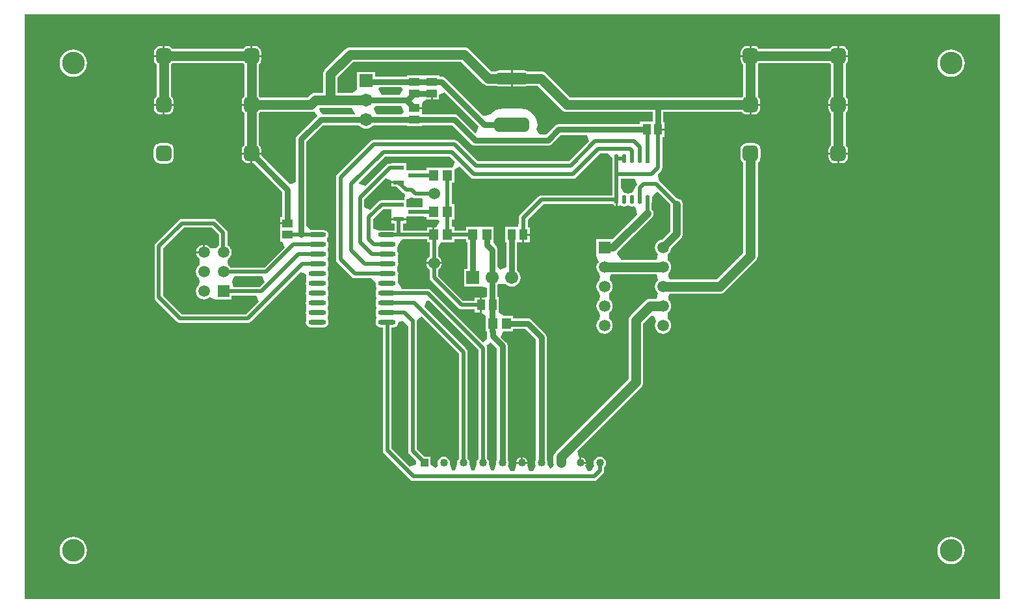
<source format=gtl>
G04*
G04 #@! TF.GenerationSoftware,Altium Limited,Altium Designer,18.1.9 (240)*
G04*
G04 Layer_Physical_Order=1*
G04 Layer_Color=255*
%FSLAX23Y23*%
%MOIN*%
G70*
G01*
G75*
%ADD10R,0.047X0.055*%
%ADD11R,0.043X0.055*%
%ADD12R,0.055X0.024*%
%ADD13R,0.055X0.043*%
%ADD14O,0.091X0.024*%
%ADD15R,0.023X0.046*%
%ADD16O,0.023X0.046*%
%ADD17C,0.020*%
%ADD18C,0.030*%
%ADD19C,0.050*%
%ADD20C,0.040*%
%ADD21R,0.059X0.059*%
%ADD22C,0.059*%
%ADD23R,0.040X0.040*%
%ADD24C,0.040*%
G04:AMPARAMS|DCode=25|XSize=79mil|YSize=79mil|CornerRadius=20mil|HoleSize=0mil|Usage=FLASHONLY|Rotation=90.000|XOffset=0mil|YOffset=0mil|HoleType=Round|Shape=RoundedRectangle|*
%AMROUNDEDRECTD25*
21,1,0.079,0.039,0,0,90.0*
21,1,0.039,0.079,0,0,90.0*
1,1,0.039,0.020,0.020*
1,1,0.039,0.020,-0.020*
1,1,0.039,-0.020,-0.020*
1,1,0.039,-0.020,0.020*
%
%ADD25ROUNDEDRECTD25*%
G04:AMPARAMS|DCode=26|XSize=71mil|YSize=177mil|CornerRadius=18mil|HoleSize=0mil|Usage=FLASHONLY|Rotation=270.000|XOffset=0mil|YOffset=0mil|HoleType=Round|Shape=RoundedRectangle|*
%AMROUNDEDRECTD26*
21,1,0.071,0.142,0,0,270.0*
21,1,0.035,0.177,0,0,270.0*
1,1,0.035,-0.071,-0.018*
1,1,0.035,-0.071,0.018*
1,1,0.035,0.071,0.018*
1,1,0.035,0.071,-0.018*
%
%ADD26ROUNDEDRECTD26*%
G04:AMPARAMS|DCode=27|XSize=63mil|YSize=157mil|CornerRadius=16mil|HoleSize=0mil|Usage=FLASHONLY|Rotation=270.000|XOffset=0mil|YOffset=0mil|HoleType=Round|Shape=RoundedRectangle|*
%AMROUNDEDRECTD27*
21,1,0.063,0.126,0,0,270.0*
21,1,0.031,0.157,0,0,270.0*
1,1,0.031,-0.063,-0.016*
1,1,0.031,-0.063,0.016*
1,1,0.031,0.063,0.016*
1,1,0.031,0.063,-0.016*
%
%ADD27ROUNDEDRECTD27*%
%ADD28R,0.067X0.067*%
%ADD29C,0.067*%
%ADD30R,0.067X0.067*%
%ADD31R,0.059X0.059*%
%ADD32C,0.116*%
%ADD33C,0.060*%
G36*
X5000Y0D02*
X0D01*
Y3000D01*
X5000D01*
Y0D01*
D02*
G37*
%LPC*%
G36*
X4167Y2838D02*
X4153D01*
X4145Y2837D01*
X4138Y2834D01*
X4132Y2829D01*
X4129Y2825D01*
X3766D01*
X3763Y2829D01*
X3757Y2834D01*
X3750Y2837D01*
X3742Y2838D01*
X3727D01*
Y2788D01*
X3722D01*
Y2783D01*
X3673D01*
Y2768D01*
X3674Y2761D01*
X3677Y2753D01*
X3682Y2747D01*
X3685Y2744D01*
Y2582D01*
X3682Y2579D01*
X3679Y2575D01*
X3252D01*
X3252Y2575D01*
X2797D01*
X2674Y2698D01*
X2666Y2704D01*
X2657Y2708D01*
X2647Y2709D01*
X2576D01*
X2575Y2710D01*
X2569Y2713D01*
X2562Y2714D01*
X2504D01*
Y2672D01*
Y2630D01*
X2562D01*
X2569Y2631D01*
X2575Y2634D01*
X2576Y2635D01*
X2632D01*
X2755Y2512D01*
X2762Y2506D01*
X2771Y2502D01*
X2781Y2501D01*
X3221D01*
Y2450D01*
X3156D01*
Y2437D01*
X2739D01*
X2732Y2436D01*
X2726Y2434D01*
X2720Y2429D01*
X2675Y2384D01*
X2644Y2384D01*
X2636Y2392D01*
X2626Y2412D01*
X2628Y2420D01*
X2630Y2436D01*
X2628Y2451D01*
X2623Y2467D01*
X2616Y2481D01*
X2606Y2493D01*
X2594Y2503D01*
X2579Y2511D01*
X2564Y2515D01*
X2548Y2517D01*
X2450D01*
X2434Y2515D01*
X2419Y2511D01*
X2405Y2503D01*
X2392Y2493D01*
X2388Y2487D01*
X2364Y2482D01*
X2350Y2483D01*
X2159Y2674D01*
X2153Y2678D01*
X2146Y2681D01*
X2139Y2682D01*
X2128D01*
Y2688D01*
X2049D01*
Y2688D01*
X2039Y2688D01*
Y2688D01*
X2019Y2688D01*
X1960D01*
Y2682D01*
X1797D01*
Y2706D01*
X1706D01*
Y2615D01*
X1683Y2598D01*
X1606D01*
X1606Y2679D01*
X1685Y2758D01*
X2239D01*
X2351Y2645D01*
X2359Y2640D01*
X2368Y2636D01*
X2377Y2635D01*
X2422D01*
X2423Y2634D01*
X2429Y2631D01*
X2436Y2630D01*
X2494D01*
Y2672D01*
Y2714D01*
X2436D01*
X2429Y2713D01*
X2423Y2710D01*
X2422Y2709D01*
X2393D01*
X2281Y2821D01*
X2273Y2827D01*
X2264Y2831D01*
X2254Y2832D01*
X1670D01*
X1660Y2831D01*
X1651Y2827D01*
X1644Y2821D01*
X1543Y2721D01*
X1537Y2713D01*
X1533Y2704D01*
X1532Y2694D01*
X1532Y2598D01*
X1490D01*
X1480Y2597D01*
X1471Y2593D01*
X1464Y2587D01*
X1452Y2575D01*
X1208D01*
X1205Y2579D01*
X1202Y2582D01*
Y2744D01*
X1205Y2747D01*
X1210Y2753D01*
X1213Y2761D01*
X1214Y2768D01*
Y2783D01*
X1164D01*
Y2788D01*
X1159D01*
Y2838D01*
X1145D01*
X1137Y2837D01*
X1130Y2834D01*
X1124Y2829D01*
X1121Y2825D01*
X758D01*
X755Y2829D01*
X749Y2834D01*
X742Y2837D01*
X734Y2838D01*
X719D01*
Y2788D01*
X714D01*
Y2783D01*
X665D01*
Y2768D01*
X666Y2761D01*
X669Y2753D01*
X674Y2747D01*
X677Y2744D01*
Y2582D01*
X674Y2579D01*
X669Y2573D01*
X666Y2565D01*
X665Y2558D01*
Y2543D01*
X714D01*
X764D01*
Y2558D01*
X763Y2565D01*
X760Y2573D01*
X755Y2579D01*
X752Y2582D01*
Y2744D01*
X755Y2747D01*
X758Y2751D01*
X1121D01*
X1124Y2747D01*
X1127Y2744D01*
Y2582D01*
X1124Y2579D01*
X1119Y2573D01*
X1116Y2565D01*
X1115Y2558D01*
Y2543D01*
X1164D01*
Y2533D01*
X1115D01*
Y2518D01*
X1116Y2511D01*
X1119Y2503D01*
X1124Y2497D01*
X1127Y2494D01*
Y2332D01*
X1124Y2329D01*
X1119Y2323D01*
X1116Y2315D01*
X1115Y2308D01*
Y2293D01*
X1164D01*
X1214D01*
Y2308D01*
X1213Y2315D01*
X1210Y2323D01*
X1205Y2329D01*
X1202Y2332D01*
Y2494D01*
X1205Y2497D01*
X1208Y2501D01*
X1467D01*
X1477Y2502D01*
X1486Y2506D01*
X1502Y2481D01*
X1501Y2480D01*
X1400Y2379D01*
X1396Y2374D01*
X1393Y2367D01*
X1392Y2360D01*
Y2141D01*
X1386Y2137D01*
X1362Y2129D01*
X1214Y2277D01*
Y2283D01*
X1169D01*
Y2238D01*
X1176D01*
X1322Y2092D01*
Y1961D01*
X1312D01*
Y1934D01*
X1349D01*
Y1924D01*
X1312D01*
Y1904D01*
X1310D01*
Y1836D01*
X1321D01*
X1334Y1806D01*
X1230Y1702D01*
X1055D01*
X1050Y1710D01*
X1045Y1713D01*
X1043Y1730D01*
X1045Y1747D01*
X1050Y1750D01*
X1056Y1759D01*
X1060Y1769D01*
X1062Y1780D01*
X1060Y1791D01*
X1056Y1801D01*
X1050Y1810D01*
X1042Y1816D01*
Y1880D01*
X1040Y1889D01*
X1035Y1896D01*
X986Y1945D01*
X979Y1950D01*
X970Y1951D01*
X808D01*
X800Y1950D01*
X792Y1945D01*
X673Y1826D01*
X668Y1819D01*
X667Y1810D01*
Y1550D01*
X668Y1541D01*
X673Y1534D01*
X783Y1424D01*
X791Y1419D01*
X799Y1418D01*
X1144D01*
X1153Y1419D01*
X1160Y1424D01*
X1414Y1678D01*
X1430Y1674D01*
X1444Y1666D01*
X1445Y1661D01*
X1446Y1645D01*
X1445Y1629D01*
X1443Y1620D01*
X1445Y1611D01*
X1446Y1595D01*
X1445Y1579D01*
X1443Y1570D01*
X1445Y1561D01*
X1446Y1545D01*
X1445Y1529D01*
X1443Y1520D01*
X1445Y1511D01*
X1446Y1495D01*
X1445Y1479D01*
X1443Y1470D01*
X1445Y1461D01*
X1446Y1445D01*
X1445Y1429D01*
X1443Y1420D01*
X1445Y1411D01*
X1450Y1403D01*
X1458Y1398D01*
X1467Y1396D01*
X1534D01*
X1544Y1398D01*
X1551Y1403D01*
X1557Y1411D01*
X1559Y1420D01*
X1557Y1429D01*
X1556Y1445D01*
X1557Y1461D01*
X1559Y1470D01*
X1557Y1479D01*
X1556Y1495D01*
X1557Y1511D01*
X1559Y1520D01*
X1557Y1529D01*
X1556Y1545D01*
X1557Y1561D01*
X1559Y1570D01*
X1557Y1579D01*
X1556Y1595D01*
X1557Y1611D01*
X1559Y1620D01*
X1557Y1629D01*
X1556Y1645D01*
X1557Y1661D01*
X1559Y1670D01*
X1557Y1679D01*
X1556Y1695D01*
X1557Y1711D01*
X1559Y1720D01*
X1557Y1729D01*
X1556Y1745D01*
X1557Y1761D01*
X1559Y1770D01*
X1557Y1779D01*
X1556Y1795D01*
X1557Y1811D01*
X1559Y1820D01*
X1557Y1829D01*
X1551Y1837D01*
X1551Y1853D01*
X1557Y1861D01*
X1559Y1870D01*
X1559Y1870D01*
X1557Y1879D01*
X1551Y1887D01*
X1544Y1892D01*
X1544Y1892D01*
X1541Y1893D01*
X1534Y1894D01*
X1467D01*
X1446Y1918D01*
Y2349D01*
X1531Y2433D01*
X1715D01*
X1719Y2428D01*
X1729Y2421D01*
X1740Y2416D01*
X1752Y2415D01*
X1763Y2416D01*
X1774Y2421D01*
X1784Y2428D01*
X1788Y2433D01*
X1960D01*
Y2427D01*
X2039D01*
Y2433D01*
X2193D01*
X2291Y2336D01*
X2296Y2331D01*
X2303Y2329D01*
X2310Y2328D01*
X2684D01*
X2691Y2329D01*
X2698Y2331D01*
X2703Y2336D01*
X2750Y2383D01*
X2884D01*
X2896Y2353D01*
X2791Y2247D01*
X2323D01*
X2220Y2351D01*
X2213Y2356D01*
X2204Y2357D01*
X1790D01*
X1781Y2356D01*
X1774Y2351D01*
X1604Y2181D01*
X1599Y2174D01*
X1598Y2165D01*
Y1745D01*
X1599Y1736D01*
X1604Y1729D01*
X1679Y1654D01*
X1686Y1649D01*
X1695Y1648D01*
X1779D01*
X1785Y1643D01*
X1801Y1620D01*
X1802Y1618D01*
X1803Y1611D01*
X1804Y1595D01*
X1803Y1579D01*
X1801Y1570D01*
X1803Y1561D01*
X1804Y1545D01*
X1803Y1529D01*
X1801Y1520D01*
X1803Y1511D01*
X1804Y1495D01*
X1803Y1479D01*
X1801Y1470D01*
X1803Y1461D01*
X1804Y1445D01*
X1803Y1429D01*
X1801Y1420D01*
X1803Y1411D01*
X1809Y1403D01*
X1816Y1398D01*
X1826Y1396D01*
X1838D01*
Y765D01*
X1839Y756D01*
X1844Y749D01*
X1979Y614D01*
X1986Y609D01*
X1995Y608D01*
X2920D01*
X2929Y609D01*
X2936Y614D01*
X2966Y644D01*
X2971Y651D01*
X2972Y660D01*
Y677D01*
X2973Y677D01*
X2978Y684D01*
X2981Y692D01*
X2982Y700D01*
X2981Y708D01*
X2978Y716D01*
X2973Y723D01*
X2966Y728D01*
X2958Y731D01*
X2950Y732D01*
X2942Y731D01*
X2934Y728D01*
X2927Y723D01*
X2922Y716D01*
X2919Y708D01*
X2918Y700D01*
X2919Y692D01*
X2922Y684D01*
X2922Y684D01*
X2906Y657D01*
X2887Y657D01*
X2876Y685D01*
X2879Y692D01*
X2880Y695D01*
X2850D01*
Y700D01*
X2845D01*
Y730D01*
X2845Y730D01*
X2842Y732D01*
X2836Y763D01*
X3161Y1089D01*
X3167Y1096D01*
X3171Y1105D01*
X3172Y1115D01*
Y1415D01*
X3213Y1456D01*
X3225Y1456D01*
X3228Y1453D01*
X3236Y1438D01*
X3238Y1426D01*
X3234Y1416D01*
X3232Y1405D01*
X3234Y1394D01*
X3238Y1384D01*
X3245Y1375D01*
X3253Y1369D01*
X3263Y1365D01*
X3274Y1363D01*
X3285Y1365D01*
X3295Y1369D01*
X3304Y1375D01*
X3310Y1384D01*
X3315Y1394D01*
X3316Y1405D01*
X3315Y1416D01*
X3310Y1426D01*
X3304Y1435D01*
X3299Y1438D01*
X3297Y1455D01*
X3299Y1472D01*
X3304Y1475D01*
X3310Y1484D01*
X3315Y1494D01*
X3316Y1505D01*
X3315Y1516D01*
X3310Y1526D01*
X3304Y1535D01*
X3300Y1538D01*
X3302Y1556D01*
X3308Y1568D01*
X3564D01*
X3574Y1569D01*
X3583Y1573D01*
X3591Y1579D01*
X3749Y1737D01*
X3755Y1745D01*
X3758Y1754D01*
X3760Y1763D01*
Y2242D01*
X3765Y2246D01*
X3770Y2252D01*
X3773Y2260D01*
X3774Y2268D01*
Y2308D01*
X3773Y2316D01*
X3770Y2324D01*
X3765Y2330D01*
X3758Y2335D01*
X3750Y2339D01*
X3742Y2340D01*
X3703D01*
X3694Y2339D01*
X3687Y2335D01*
X3680Y2330D01*
X3675Y2324D01*
X3672Y2316D01*
X3671Y2308D01*
Y2268D01*
X3672Y2260D01*
X3675Y2252D01*
X3680Y2246D01*
X3685Y2242D01*
Y1779D01*
X3549Y1642D01*
X3308D01*
X3302Y1654D01*
X3300Y1672D01*
X3304Y1675D01*
X3310Y1684D01*
X3315Y1694D01*
X3316Y1705D01*
X3315Y1716D01*
X3310Y1726D01*
X3304Y1735D01*
X3299Y1738D01*
X3297Y1755D01*
X3299Y1772D01*
X3304Y1775D01*
X3310Y1784D01*
X3315Y1794D01*
X3315Y1801D01*
X3367Y1852D01*
X3372Y1859D01*
X3375Y1867D01*
X3376Y1875D01*
Y2025D01*
X3375Y2033D01*
X3372Y2041D01*
X3367Y2048D01*
X3360Y2053D01*
X3352Y2056D01*
X3344Y2057D01*
X3344Y2057D01*
X3255Y2146D01*
X3254Y2146D01*
X3247Y2172D01*
X3247Y2181D01*
X3265Y2199D01*
X3269Y2206D01*
X3271Y2215D01*
Y2372D01*
X3280D01*
Y2405D01*
X3249D01*
Y2415D01*
X3280D01*
Y2448D01*
X3276D01*
Y2501D01*
X3679D01*
X3682Y2497D01*
X3688Y2492D01*
X3695Y2489D01*
X3703Y2488D01*
X3717D01*
Y2538D01*
X3722D01*
Y2543D01*
X3772D01*
Y2558D01*
X3771Y2565D01*
X3768Y2573D01*
X3763Y2579D01*
X3760Y2582D01*
Y2744D01*
X3763Y2747D01*
X3766Y2751D01*
X4129D01*
X4132Y2747D01*
X4135Y2744D01*
Y2582D01*
X4132Y2579D01*
X4127Y2573D01*
X4124Y2565D01*
X4123Y2558D01*
Y2543D01*
X4172D01*
X4222D01*
Y2558D01*
X4221Y2565D01*
X4218Y2573D01*
X4213Y2579D01*
X4210Y2582D01*
Y2744D01*
X4213Y2747D01*
X4218Y2753D01*
X4221Y2761D01*
X4222Y2768D01*
Y2783D01*
X4172D01*
Y2788D01*
X4167D01*
Y2838D01*
D02*
G37*
G36*
X1184D02*
X1169D01*
Y2793D01*
X1214D01*
Y2808D01*
X1213Y2815D01*
X1210Y2823D01*
X1205Y2829D01*
X1199Y2834D01*
X1192Y2837D01*
X1184Y2838D01*
D02*
G37*
G36*
X709D02*
X695D01*
X687Y2837D01*
X680Y2834D01*
X674Y2829D01*
X669Y2823D01*
X666Y2815D01*
X665Y2808D01*
Y2793D01*
X709D01*
Y2838D01*
D02*
G37*
G36*
X4192D02*
X4177D01*
Y2793D01*
X4222D01*
Y2808D01*
X4221Y2815D01*
X4218Y2823D01*
X4213Y2829D01*
X4207Y2834D01*
X4200Y2837D01*
X4192Y2838D01*
D02*
G37*
G36*
X3717D02*
X3703D01*
X3695Y2837D01*
X3688Y2834D01*
X3682Y2829D01*
X3677Y2823D01*
X3674Y2815D01*
X3673Y2808D01*
Y2793D01*
X3717D01*
Y2838D01*
D02*
G37*
G36*
X4750Y2820D02*
X4736Y2819D01*
X4723Y2815D01*
X4711Y2808D01*
X4700Y2800D01*
X4692Y2789D01*
X4685Y2777D01*
X4681Y2764D01*
X4680Y2750D01*
X4681Y2736D01*
X4685Y2723D01*
X4692Y2711D01*
X4700Y2700D01*
X4711Y2692D01*
X4723Y2685D01*
X4736Y2681D01*
X4750Y2680D01*
X4764Y2681D01*
X4777Y2685D01*
X4789Y2692D01*
X4800Y2700D01*
X4808Y2711D01*
X4815Y2723D01*
X4819Y2736D01*
X4820Y2750D01*
X4819Y2764D01*
X4815Y2777D01*
X4808Y2789D01*
X4800Y2800D01*
X4789Y2808D01*
X4777Y2815D01*
X4764Y2819D01*
X4750Y2820D01*
D02*
G37*
G36*
X250D02*
X236Y2819D01*
X223Y2815D01*
X211Y2808D01*
X200Y2800D01*
X192Y2789D01*
X185Y2777D01*
X181Y2764D01*
X180Y2750D01*
X181Y2736D01*
X185Y2723D01*
X192Y2711D01*
X200Y2700D01*
X211Y2692D01*
X223Y2685D01*
X236Y2681D01*
X250Y2680D01*
X264Y2681D01*
X277Y2685D01*
X289Y2692D01*
X300Y2700D01*
X308Y2711D01*
X315Y2723D01*
X319Y2736D01*
X320Y2750D01*
X319Y2764D01*
X315Y2777D01*
X308Y2789D01*
X300Y2800D01*
X289Y2808D01*
X277Y2815D01*
X264Y2819D01*
X250Y2820D01*
D02*
G37*
G36*
X3772Y2533D02*
X3727D01*
Y2488D01*
X3742D01*
X3750Y2489D01*
X3757Y2492D01*
X3763Y2497D01*
X3768Y2503D01*
X3771Y2511D01*
X3772Y2518D01*
Y2533D01*
D02*
G37*
G36*
X764Y2533D02*
X719D01*
Y2488D01*
X734D01*
X742Y2489D01*
X749Y2492D01*
X755Y2497D01*
X760Y2503D01*
X763Y2511D01*
X764Y2518D01*
Y2533D01*
D02*
G37*
G36*
X709D02*
X665D01*
Y2518D01*
X666Y2511D01*
X669Y2503D01*
X674Y2497D01*
X680Y2492D01*
X687Y2489D01*
X695Y2488D01*
X709D01*
Y2533D01*
D02*
G37*
G36*
X4222Y2533D02*
X4172D01*
X4123D01*
Y2518D01*
X4124Y2511D01*
X4127Y2503D01*
X4132Y2497D01*
X4135Y2494D01*
Y2332D01*
X4132Y2329D01*
X4127Y2323D01*
X4124Y2315D01*
X4123Y2308D01*
Y2293D01*
X4172D01*
Y2288D01*
D01*
Y2293D01*
X4222D01*
Y2308D01*
X4221Y2315D01*
X4218Y2323D01*
X4213Y2329D01*
X4210Y2332D01*
Y2494D01*
X4213Y2497D01*
X4218Y2503D01*
X4221Y2511D01*
X4222Y2518D01*
Y2533D01*
D02*
G37*
G36*
Y2283D02*
X4177D01*
Y2238D01*
X4192D01*
X4200Y2239D01*
X4207Y2242D01*
X4213Y2247D01*
X4218Y2253D01*
X4221Y2261D01*
X4222Y2268D01*
Y2283D01*
D02*
G37*
G36*
X4167D02*
X4123D01*
Y2268D01*
X4124Y2261D01*
X4127Y2253D01*
X4132Y2247D01*
X4138Y2242D01*
X4145Y2239D01*
X4153Y2238D01*
X4167D01*
Y2283D01*
D02*
G37*
G36*
X1159Y2283D02*
X1115D01*
Y2268D01*
X1116Y2261D01*
X1119Y2253D01*
X1124Y2247D01*
X1130Y2242D01*
X1137Y2239D01*
X1145Y2238D01*
X1159D01*
Y2283D01*
D02*
G37*
G36*
X734Y2340D02*
X695D01*
X687Y2339D01*
X679Y2335D01*
X672Y2330D01*
X667Y2324D01*
X664Y2316D01*
X663Y2308D01*
Y2268D01*
X664Y2260D01*
X667Y2252D01*
X672Y2246D01*
X679Y2241D01*
X687Y2237D01*
X695Y2236D01*
X734D01*
X742Y2237D01*
X750Y2241D01*
X757Y2246D01*
X762Y2252D01*
X765Y2260D01*
X766Y2268D01*
Y2308D01*
X765Y2316D01*
X762Y2324D01*
X757Y2330D01*
X750Y2335D01*
X742Y2339D01*
X734Y2340D01*
D02*
G37*
G36*
X2855Y730D02*
Y705D01*
X2880D01*
X2879Y708D01*
X2876Y715D01*
X2871Y721D01*
X2865Y726D01*
X2858Y729D01*
X2855Y730D01*
D02*
G37*
G36*
X4750Y320D02*
X4736Y319D01*
X4723Y315D01*
X4711Y308D01*
X4700Y300D01*
X4692Y289D01*
X4685Y277D01*
X4681Y264D01*
X4680Y250D01*
X4681Y236D01*
X4685Y223D01*
X4692Y211D01*
X4700Y200D01*
X4711Y192D01*
X4723Y185D01*
X4736Y181D01*
X4750Y180D01*
X4764Y181D01*
X4777Y185D01*
X4789Y192D01*
X4800Y200D01*
X4808Y211D01*
X4815Y223D01*
X4819Y236D01*
X4820Y250D01*
X4819Y264D01*
X4815Y277D01*
X4808Y289D01*
X4800Y300D01*
X4789Y308D01*
X4777Y315D01*
X4764Y319D01*
X4750Y320D01*
D02*
G37*
G36*
X250D02*
X236Y319D01*
X223Y315D01*
X211Y308D01*
X200Y300D01*
X192Y289D01*
X185Y277D01*
X181Y264D01*
X180Y250D01*
X181Y236D01*
X185Y223D01*
X192Y211D01*
X200Y200D01*
X211Y192D01*
X223Y185D01*
X236Y181D01*
X250Y180D01*
X264Y181D01*
X277Y185D01*
X289Y192D01*
X300Y200D01*
X308Y211D01*
X315Y223D01*
X319Y236D01*
X320Y250D01*
X319Y264D01*
X315Y277D01*
X308Y289D01*
X300Y300D01*
X289Y308D01*
X277Y315D01*
X264Y319D01*
X250Y320D01*
D02*
G37*
%LPD*%
G36*
X1940Y2618D02*
X1926Y2588D01*
X1831D01*
X1816Y2618D01*
X1822Y2627D01*
X1932D01*
X1940Y2618D01*
D02*
G37*
G36*
X2327Y2429D02*
X2318Y2395D01*
X2310Y2393D01*
X2223Y2480D01*
X2218Y2484D01*
X2211Y2487D01*
X2204Y2488D01*
X2039D01*
Y2494D01*
X2037D01*
Y2515D01*
X1999D01*
Y2525D01*
X2037D01*
Y2540D01*
X2046Y2556D01*
X2062Y2564D01*
X2084D01*
Y2595D01*
X2094D01*
Y2564D01*
X2126D01*
Y2587D01*
X2156Y2600D01*
X2327Y2429D01*
D02*
G37*
G36*
X1694Y2493D02*
X1690Y2488D01*
X1528D01*
X1515Y2506D01*
X1512Y2517D01*
X1516Y2523D01*
X1564D01*
X1569Y2523D01*
X1574Y2523D01*
X1678D01*
X1694Y2493D01*
D02*
G37*
G36*
X1945Y2503D02*
X1932Y2488D01*
X1805D01*
X1792Y2516D01*
X1793Y2520D01*
X1805Y2533D01*
X1931D01*
X1945Y2503D01*
D02*
G37*
G36*
X2209Y2244D02*
X2195Y2216D01*
X2063D01*
Y2202D01*
X2034Y2200D01*
Y2200D01*
X1959D01*
Y2238D01*
X1880D01*
Y2236D01*
X1874D01*
X1865Y2235D01*
X1858Y2230D01*
X1748Y2120D01*
X1715Y2130D01*
X1714Y2137D01*
X1849Y2273D01*
X2181D01*
X2209Y2244D01*
D02*
G37*
G36*
X3003Y2279D02*
X3014Y2260D01*
Y2180D01*
Y2073D01*
X2651D01*
X2642Y2071D01*
X2635Y2066D01*
X2542Y1974D01*
X2537Y1967D01*
X2536Y1958D01*
Y1938D01*
X2533Y1910D01*
X2465D01*
Y1830D01*
X2472D01*
Y1705D01*
X2442Y1692D01*
X2426Y1707D01*
Y1790D01*
X2425Y1797D01*
X2423Y1804D01*
X2420Y1807D01*
X2406Y1830D01*
Y1910D01*
X2264D01*
Y1892D01*
X2205D01*
Y1910D01*
X2192D01*
Y1948D01*
X2205D01*
Y2027D01*
X2192D01*
Y2137D01*
X2205D01*
Y2206D01*
X2233Y2220D01*
X2289Y2164D01*
X2296Y2159D01*
X2305Y2158D01*
X2812D01*
X2821Y2159D01*
X2828Y2164D01*
X2951Y2288D01*
X2987D01*
X3003Y2279D01*
D02*
G37*
G36*
X3140Y2128D02*
X3138Y2126D01*
X3133Y2119D01*
X3132Y2111D01*
X3132Y2110D01*
X3115Y2086D01*
X3106Y2084D01*
X3095Y2080D01*
X3085Y2084D01*
X3075Y2086D01*
X3058Y2113D01*
Y2158D01*
X3128D01*
X3140Y2128D01*
D02*
G37*
G36*
X1996Y2059D02*
X2004Y2058D01*
X2037D01*
X2043Y2050D01*
X2040Y2015D01*
X2037Y2012D01*
X2034Y2011D01*
Y2011D01*
X1959D01*
Y2049D01*
X1959D01*
X1959Y2051D01*
X1981Y2061D01*
X1990Y2063D01*
X1996Y2059D01*
D02*
G37*
G36*
X3041Y2018D02*
X3044Y2019D01*
X3059Y2022D01*
X3059D01*
X3063Y2019D01*
X3066Y2017D01*
X3066Y2017D01*
X3075Y2015D01*
X3085Y2017D01*
X3085Y2017D01*
X3085Y2017D01*
X3095Y2021D01*
X3106Y2017D01*
X3106Y2017D01*
X3106Y2017D01*
X3115Y2015D01*
X3124Y2017D01*
X3124Y2017D01*
X3136Y2009D01*
X3141Y1972D01*
X3015Y1847D01*
X2933D01*
Y1763D01*
X2933D01*
X2943Y1739D01*
X2944Y1733D01*
X2938Y1726D01*
X2934Y1716D01*
X2932Y1705D01*
X2934Y1694D01*
X2938Y1684D01*
X2945Y1675D01*
X2949Y1672D01*
X2951Y1655D01*
X2949Y1638D01*
X2945Y1635D01*
X2938Y1626D01*
X2934Y1616D01*
X2932Y1605D01*
X2934Y1594D01*
X2938Y1584D01*
X2945Y1575D01*
X2949Y1572D01*
X2951Y1555D01*
X2949Y1538D01*
X2945Y1535D01*
X2938Y1526D01*
X2934Y1516D01*
X2932Y1505D01*
X2934Y1494D01*
X2938Y1484D01*
X2945Y1475D01*
X2949Y1472D01*
X2951Y1455D01*
X2949Y1438D01*
X2945Y1435D01*
X2938Y1426D01*
X2934Y1416D01*
X2932Y1405D01*
X2934Y1394D01*
X2938Y1384D01*
X2945Y1375D01*
X2953Y1369D01*
X2963Y1365D01*
X2974Y1363D01*
X2985Y1365D01*
X2995Y1369D01*
X3004Y1375D01*
X3010Y1384D01*
X3015Y1394D01*
X3016Y1405D01*
X3015Y1416D01*
X3010Y1426D01*
X3004Y1435D01*
X2999Y1438D01*
X2997Y1455D01*
X2999Y1472D01*
X3004Y1475D01*
X3010Y1484D01*
X3015Y1494D01*
X3016Y1505D01*
X3015Y1516D01*
X3010Y1526D01*
X3004Y1535D01*
X2999Y1538D01*
X2997Y1555D01*
X2999Y1572D01*
X3004Y1575D01*
X3010Y1584D01*
X3015Y1594D01*
X3016Y1605D01*
X3015Y1616D01*
X3010Y1626D01*
X3004Y1635D01*
X3000Y1638D01*
X3002Y1656D01*
X3008Y1668D01*
X3240D01*
X3246Y1656D01*
X3249Y1638D01*
X3245Y1635D01*
X3238Y1626D01*
X3234Y1616D01*
X3232Y1605D01*
X3234Y1594D01*
X3238Y1584D01*
X3245Y1575D01*
X3249Y1572D01*
X3246Y1554D01*
X3240Y1542D01*
X3209D01*
X3199Y1541D01*
X3190Y1537D01*
X3183Y1531D01*
X3108Y1456D01*
X3102Y1449D01*
X3098Y1440D01*
X3097Y1430D01*
X3098Y1423D01*
Y1130D01*
X2724Y756D01*
X2718Y749D01*
X2714Y740D01*
X2713Y730D01*
Y700D01*
X2714Y690D01*
X2711Y686D01*
X2697Y673D01*
X2688Y682D01*
X2681Y692D01*
X2682Y700D01*
X2681Y708D01*
X2678Y716D01*
X2677Y717D01*
Y1345D01*
X2676Y1352D01*
X2674Y1359D01*
X2669Y1364D01*
X2599Y1434D01*
X2594Y1439D01*
X2587Y1441D01*
X2580Y1442D01*
X2506D01*
Y1455D01*
X2457D01*
X2433Y1470D01*
Y1550D01*
X2426D01*
Y1614D01*
X2432Y1618D01*
X2436Y1619D01*
X2462D01*
X2467Y1618D01*
X2476Y1610D01*
X2487Y1606D01*
X2499Y1604D01*
X2511Y1606D01*
X2522Y1610D01*
X2532Y1618D01*
X2539Y1627D01*
X2543Y1638D01*
X2545Y1650D01*
X2543Y1662D01*
X2539Y1673D01*
X2532Y1683D01*
X2526Y1687D01*
Y1830D01*
X2533D01*
Y1832D01*
X2553D01*
Y1870D01*
X2558D01*
Y1875D01*
X2590D01*
Y1908D01*
X2581D01*
Y1949D01*
X2660Y2028D01*
X3017D01*
X3021Y2023D01*
X3028Y2019D01*
X3031Y2018D01*
Y2051D01*
X3041D01*
Y2018D01*
D02*
G37*
G36*
X1882Y2148D02*
Y2144D01*
X1919D01*
Y2134D01*
X1882D01*
Y2117D01*
X1909D01*
X1942Y2084D01*
X1950Y2079D01*
X1952Y2079D01*
X1949Y2049D01*
X1880D01*
Y2047D01*
X1830D01*
X1821Y2046D01*
X1814Y2041D01*
X1772Y1999D01*
X1742Y2012D01*
Y2051D01*
X1852Y2160D01*
X1882Y2148D01*
D02*
G37*
G36*
X1880Y2001D02*
X1880D01*
X1882Y1972D01*
X1882D01*
Y1955D01*
X1919D01*
X1957D01*
Y1964D01*
X2034D01*
Y1964D01*
X2063Y1962D01*
Y1948D01*
X2122D01*
X2128Y1938D01*
X2110Y1908D01*
X2103D01*
Y1870D01*
X2093D01*
Y1908D01*
X2065D01*
Y1892D01*
X1942D01*
Y1928D01*
X1957D01*
Y1945D01*
X1919D01*
X1882D01*
Y1928D01*
X1897D01*
Y1892D01*
X1859D01*
X1858Y1892D01*
X1826D01*
X1817Y1891D01*
X1792Y1900D01*
X1787Y1904D01*
Y1951D01*
X1839Y2003D01*
X1880D01*
Y2001D01*
D02*
G37*
G36*
X997Y1871D02*
Y1814D01*
X990Y1810D01*
X986Y1803D01*
X969Y1801D01*
X952Y1803D01*
X948Y1808D01*
X940Y1815D01*
X930Y1819D01*
X925Y1819D01*
Y1780D01*
X920D01*
Y1775D01*
X881D01*
X881Y1770D01*
X885Y1760D01*
X892Y1752D01*
X897Y1748D01*
X899Y1731D01*
X897Y1714D01*
X890Y1710D01*
X884Y1701D01*
X880Y1691D01*
X878Y1680D01*
X880Y1669D01*
X884Y1659D01*
X890Y1650D01*
X895Y1647D01*
X897Y1630D01*
X895Y1613D01*
X890Y1610D01*
X884Y1601D01*
X880Y1591D01*
X878Y1580D01*
X880Y1569D01*
X884Y1559D01*
X890Y1550D01*
X899Y1544D01*
X909Y1540D01*
X920Y1538D01*
X931Y1540D01*
X941Y1544D01*
X948Y1550D01*
X954Y1549D01*
X978Y1539D01*
Y1538D01*
X1062D01*
Y1558D01*
X1188D01*
X1200Y1528D01*
X1135Y1462D01*
X808D01*
X712Y1559D01*
Y1801D01*
X817Y1907D01*
X961D01*
X997Y1871D01*
D02*
G37*
G36*
X3312Y2025D02*
X3312Y2025D01*
Y1888D01*
X3270Y1846D01*
X3263Y1845D01*
X3253Y1841D01*
X3245Y1835D01*
X3238Y1826D01*
X3234Y1816D01*
X3232Y1805D01*
X3234Y1794D01*
X3238Y1784D01*
X3245Y1775D01*
X3249Y1772D01*
X3246Y1754D01*
X3240Y1742D01*
X3061D01*
X3058Y1744D01*
X3038Y1772D01*
X3041Y1781D01*
X3042Y1782D01*
X3216Y1957D01*
X3221Y1963D01*
X3225Y1971D01*
X3226Y1979D01*
X3225Y1988D01*
X3221Y1996D01*
X3216Y2002D01*
X3216Y2002D01*
Y2031D01*
X3217Y2039D01*
Y2062D01*
X3234Y2085D01*
X3240Y2089D01*
X3247Y2090D01*
X3312Y2025D01*
D02*
G37*
G36*
X2264Y1830D02*
X2272D01*
Y1696D01*
X2254D01*
Y1605D01*
X2345D01*
Y1605D01*
X2372Y1598D01*
Y1550D01*
X2366D01*
Y1548D01*
X2345D01*
Y1510D01*
Y1469D01*
X2364Y1455D01*
Y1375D01*
X2372D01*
X2372Y1369D01*
Y1350D01*
X2373Y1343D01*
X2376Y1337D01*
X2352Y1319D01*
X2085Y1586D01*
X2078Y1591D01*
X2069Y1592D01*
X1939D01*
X1933Y1597D01*
X1917Y1620D01*
X1916Y1622D01*
X1915Y1629D01*
X1914Y1645D01*
X1915Y1661D01*
X1917Y1670D01*
X1915Y1679D01*
X1910Y1687D01*
X1910Y1703D01*
X1915Y1711D01*
X1917Y1720D01*
X1915Y1729D01*
X1914Y1745D01*
X1915Y1761D01*
X1917Y1770D01*
X1915Y1779D01*
X1910Y1787D01*
X1910Y1803D01*
X1915Y1811D01*
X1917Y1820D01*
X1933Y1843D01*
X1939Y1848D01*
X2065D01*
Y1832D01*
X2078D01*
Y1758D01*
X2071Y1754D01*
X2065Y1745D01*
X2061Y1735D01*
X2060Y1730D01*
X2140D01*
X2139Y1735D01*
X2135Y1745D01*
X2129Y1754D01*
X2122Y1758D01*
Y1805D01*
X2134Y1830D01*
X2205D01*
Y1848D01*
X2264D01*
Y1830D01*
D02*
G37*
G36*
X1230Y1628D02*
X1205Y1602D01*
X1071D01*
X1064Y1627D01*
X1072Y1647D01*
X1079Y1657D01*
X1079Y1658D01*
X1218D01*
X1230Y1628D01*
D02*
G37*
G36*
X1968Y1403D02*
Y760D01*
X1969Y751D01*
X1974Y744D01*
X2009Y709D01*
X2007Y692D01*
X1975Y681D01*
X1882Y774D01*
Y1396D01*
X1893D01*
X1902Y1398D01*
X1910Y1403D01*
X1915Y1411D01*
X1916Y1418D01*
X1917Y1420D01*
X1920Y1425D01*
X1941Y1427D01*
X1968Y1403D01*
D02*
G37*
G36*
X2423Y1289D02*
Y717D01*
X2422Y716D01*
X2419Y708D01*
X2418Y700D01*
X2419Y692D01*
X2419Y690D01*
X2407Y665D01*
X2404Y661D01*
X2396D01*
X2393Y665D01*
X2381Y690D01*
X2381Y692D01*
X2382Y700D01*
X2381Y708D01*
X2378Y716D01*
X2373Y723D01*
X2372Y723D01*
Y1289D01*
X2371Y1298D01*
X2369Y1300D01*
X2393Y1319D01*
X2423Y1289D01*
D02*
G37*
G36*
X2328Y1280D02*
Y723D01*
X2327Y723D01*
X2322Y716D01*
X2319Y708D01*
X2318Y700D01*
X2319Y692D01*
X2319Y690D01*
X2307Y665D01*
X2304Y661D01*
X2296D01*
X2293Y665D01*
X2281Y690D01*
X2281Y692D01*
X2282Y700D01*
X2281Y708D01*
X2278Y716D01*
X2273Y723D01*
X2272Y723D01*
Y1269D01*
X2271Y1278D01*
X2266Y1285D01*
X2051Y1500D01*
X2061Y1532D01*
X2073Y1535D01*
X2328Y1280D01*
D02*
G37*
G36*
X2228Y1260D02*
Y723D01*
X2227Y723D01*
X2222Y716D01*
X2219Y708D01*
X2218Y700D01*
X2219Y692D01*
X2219Y690D01*
X2207Y665D01*
X2204Y661D01*
X2196D01*
X2193Y665D01*
X2181Y690D01*
X2181Y692D01*
X2182Y700D01*
X2181Y708D01*
X2178Y716D01*
X2173Y723D01*
X2166Y728D01*
X2158Y731D01*
X2150Y732D01*
X2142Y731D01*
X2134Y728D01*
X2127Y723D01*
X2122Y716D01*
X2119Y708D01*
X2118Y700D01*
X2119Y692D01*
X2122Y684D01*
X2109Y674D01*
X2100Y677D01*
X2082Y692D01*
Y732D01*
X2050D01*
X2012Y769D01*
Y1430D01*
X2012Y1433D01*
X2027Y1446D01*
X2037Y1451D01*
X2228Y1260D01*
D02*
G37*
G36*
X2623Y1334D02*
Y717D01*
X2622Y716D01*
X2619Y708D01*
X2618Y700D01*
X2619Y692D01*
X2622Y685D01*
X2609Y658D01*
X2589Y658D01*
X2577Y686D01*
X2579Y692D01*
X2580Y695D01*
X2520D01*
X2521Y692D01*
X2523Y686D01*
X2511Y658D01*
X2491Y658D01*
X2478Y685D01*
X2481Y692D01*
X2482Y700D01*
X2481Y708D01*
X2478Y716D01*
X2477Y717D01*
Y1300D01*
X2476Y1307D01*
X2474Y1314D01*
X2469Y1319D01*
X2443Y1345D01*
X2455Y1375D01*
X2506D01*
Y1388D01*
X2569D01*
X2623Y1334D01*
D02*
G37*
%LPC*%
G36*
X2590Y1865D02*
X2563D01*
Y1832D01*
X2590D01*
Y1865D01*
D02*
G37*
G36*
X915Y1819D02*
X910Y1819D01*
X900Y1815D01*
X892Y1808D01*
X885Y1800D01*
X881Y1790D01*
X881Y1785D01*
X915D01*
Y1819D01*
D02*
G37*
G36*
X2140Y1720D02*
X2060D01*
X2061Y1715D01*
X2065Y1705D01*
X2071Y1696D01*
X2078Y1692D01*
Y1650D01*
X2079Y1641D01*
X2084Y1634D01*
X2224Y1494D01*
X2231Y1489D01*
X2240Y1488D01*
X2309D01*
Y1472D01*
X2335D01*
Y1510D01*
Y1548D01*
X2309D01*
Y1532D01*
X2249D01*
X2122Y1659D01*
Y1692D01*
X2129Y1696D01*
X2135Y1705D01*
X2139Y1715D01*
X2140Y1720D01*
D02*
G37*
G36*
X2555Y730D02*
Y705D01*
X2580D01*
X2579Y708D01*
X2576Y715D01*
X2571Y721D01*
X2565Y726D01*
X2558Y729D01*
X2555Y730D01*
D02*
G37*
G36*
X2545D02*
X2542Y729D01*
X2535Y726D01*
X2529Y721D01*
X2524Y715D01*
X2521Y708D01*
X2520Y705D01*
X2545D01*
Y730D01*
D02*
G37*
%LPD*%
D10*
X2470Y1415D02*
D03*
X2400D02*
D03*
X2299Y1870D02*
D03*
X2370D02*
D03*
X2098D02*
D03*
X2169D02*
D03*
X2098Y1988D02*
D03*
X2169D02*
D03*
X2098Y2176D02*
D03*
X2169D02*
D03*
D11*
X2400Y1510D02*
D03*
X2340D02*
D03*
X2499Y1870D02*
D03*
X2558D02*
D03*
X3249Y2410D02*
D03*
X3190D02*
D03*
D12*
X1919Y2214D02*
D03*
Y2139D02*
D03*
X1994Y2176D02*
D03*
X1919Y2025D02*
D03*
Y1950D02*
D03*
X1994Y1988D02*
D03*
D13*
X1349Y1870D02*
D03*
Y1929D02*
D03*
X1999Y2461D02*
D03*
Y2520D02*
D03*
Y2655D02*
D03*
Y2596D02*
D03*
X2089Y2655D02*
D03*
Y2595D02*
D03*
D14*
X1859Y1420D02*
D03*
Y1470D02*
D03*
Y1520D02*
D03*
Y1570D02*
D03*
Y1620D02*
D03*
Y1670D02*
D03*
Y1720D02*
D03*
Y1770D02*
D03*
Y1820D02*
D03*
Y1870D02*
D03*
X1501Y1420D02*
D03*
Y1470D02*
D03*
Y1520D02*
D03*
Y1570D02*
D03*
Y1620D02*
D03*
Y1670D02*
D03*
Y1720D02*
D03*
Y1770D02*
D03*
Y1820D02*
D03*
Y1870D02*
D03*
D15*
X3194Y2260D02*
D03*
D16*
X3154D02*
D03*
X3115D02*
D03*
X3075D02*
D03*
X3036D02*
D03*
X3194Y2051D02*
D03*
X3154D02*
D03*
X3115D02*
D03*
X3075D02*
D03*
X3036D02*
D03*
D17*
X1745Y1720D02*
X1859D01*
X1780Y1770D02*
X1859D01*
X1792Y1820D02*
X1859D01*
X1790Y2335D02*
X2204D01*
X1620Y2165D02*
X1790Y2335D01*
X1620Y1745D02*
Y2165D01*
X2100Y1725D02*
Y1870D01*
Y1650D02*
X2240Y1510D01*
X2100Y1650D02*
Y1725D01*
X1984Y2100D02*
X2004Y2080D01*
X2100D01*
X1999Y1520D02*
X2250Y1269D01*
Y700D02*
Y1269D01*
X2350Y700D02*
Y1289D01*
X2069Y1570D02*
X2350Y1289D01*
X2240Y1510D02*
X2340D01*
X1919Y1870D02*
X2098D01*
X1919Y2139D02*
X1958Y2100D01*
X1984D01*
X3194Y2260D02*
Y2406D01*
X3190Y2410D02*
X3194Y2406D01*
X2651Y2051D02*
X3036D01*
X2558Y1958D02*
X2651Y2051D01*
X2558Y1870D02*
Y1958D01*
X1695Y1670D02*
X1859D01*
X1620Y1745D02*
X1695Y1670D01*
X1675Y1790D02*
X1745Y1720D01*
X1675Y1790D02*
Y2130D01*
X1720Y1830D02*
X1780Y1770D01*
X1720Y1830D02*
Y2060D01*
X1874Y2214D01*
X1919D01*
X1765Y1847D02*
X1792Y1820D01*
X1765Y1847D02*
Y1960D01*
X1830Y2025D01*
X1919D01*
X2204Y2335D02*
X2314Y2225D01*
X2800D01*
X2925Y2350D01*
X3125D01*
X3154Y2321D01*
Y2260D02*
Y2321D01*
X1675Y2130D02*
X1840Y2295D01*
X2190D01*
X2305Y2180D01*
X2812D01*
X2942Y2310D01*
X3105D01*
X3115Y2300D01*
Y2260D02*
Y2300D01*
X1919Y1870D02*
X1919Y1870D01*
Y1950D01*
X2169Y1987D02*
X2169Y1988D01*
X2169Y1870D02*
Y1987D01*
X1859Y1570D02*
X2069D01*
X1859Y1520D02*
X1999D01*
X1990Y760D02*
X2050Y700D01*
X1990Y760D02*
Y1430D01*
X1949Y1470D02*
X1989Y1430D01*
X1859Y1470D02*
X1949D01*
X2950Y660D02*
Y700D01*
X2920Y630D02*
X2950Y660D01*
X1995Y630D02*
X2920D01*
X1860Y765D02*
X1995Y630D01*
X1860Y765D02*
Y1420D01*
X1419Y1870D02*
X1501D01*
X1349D02*
X1419D01*
X1019Y1780D02*
Y1880D01*
X970Y1929D02*
X1019Y1880D01*
X808Y1929D02*
X970D01*
X689Y1810D02*
X808Y1929D01*
X689Y1550D02*
Y1810D01*
Y1550D02*
X799Y1440D01*
X1144D01*
X1424Y1720D01*
X1501D01*
X1019Y1580D02*
X1214D01*
X1404Y1770D01*
X1501D01*
X1019Y1680D02*
X1239D01*
X1379Y1820D01*
X1501D01*
X1994Y2176D02*
X2098D01*
X1994Y1988D02*
X2098D01*
X1859Y1870D02*
X1919D01*
X2169D02*
X2299D01*
X2169Y1988D02*
Y2176D01*
X3036Y2180D02*
Y2260D01*
Y2051D02*
Y2180D01*
X3214D02*
X3249Y2215D01*
X3036Y2180D02*
X3214D01*
X3249Y2215D02*
Y2410D01*
X3194Y1979D02*
Y2051D01*
X3154Y2110D02*
X3174Y2130D01*
X3239D01*
X3344Y2025D01*
X3154Y2051D02*
Y2110D01*
X3036Y2260D02*
X3075D01*
X1999Y2596D02*
X1999Y2595D01*
D18*
X2399Y1495D02*
Y1650D01*
X2399Y1376D02*
Y1495D01*
X2450Y700D02*
Y1300D01*
X2400Y1350D02*
X2450Y1300D01*
X2400Y1350D02*
Y1375D01*
X2470Y1415D02*
X2580D01*
X2650Y1345D01*
Y700D02*
Y1345D01*
X2310Y2355D02*
X2684D01*
X2204Y2461D02*
X2310Y2355D01*
X1999Y2461D02*
X2204D01*
X3252Y2538D02*
Y2538D01*
X3249Y2535D02*
X3252Y2538D01*
X3249Y2410D02*
Y2535D01*
X2739Y2410D02*
X3190D01*
X2684Y2355D02*
X2739Y2410D01*
X1419Y1870D02*
Y2360D01*
X1520Y2461D01*
X1752D01*
X1164Y2288D02*
X1349Y2103D01*
Y1929D02*
Y2103D01*
X2399Y1650D02*
Y1790D01*
X2370Y1819D02*
X2399Y1790D01*
X2370Y1819D02*
Y1870D01*
X2299Y1650D02*
Y1870D01*
X2499Y1650D02*
Y1870D01*
X2399Y1376D02*
X2400Y1375D01*
X2399Y1495D02*
X2399Y1495D01*
X1999Y2595D02*
X2089D01*
X2359Y2436D02*
X2499D01*
X2139Y2655D02*
X2359Y2436D01*
X1999Y2655D02*
X2139D01*
X1752Y2461D02*
X1999D01*
X1752Y2561D02*
X1964D01*
Y2555D02*
X1999Y2520D01*
X1964Y2555D02*
Y2561D01*
X1999Y2596D01*
X1752Y2661D02*
X1757Y2655D01*
X1999D01*
D19*
X1670Y2795D02*
X2254D01*
X1569Y2694D02*
X1670Y2795D01*
X1569Y2694D02*
X1569Y2561D01*
X2254Y2795D02*
X2377Y2672D01*
X3135Y1115D02*
Y1430D01*
X2750Y730D02*
X3135Y1115D01*
X2750Y700D02*
Y730D01*
X1569Y2561D02*
X1752D01*
X1490D02*
X1569D01*
Y2560D02*
Y2561D01*
X2499Y2672D02*
X2647D01*
X2377D02*
X2499D01*
X3252Y2538D02*
X3722D01*
X2781Y2538D02*
X3252D01*
X2647Y2672D02*
X2781Y2538D01*
X3209Y1505D02*
X3274D01*
X3134Y1430D02*
X3209Y1505D01*
X3274Y1605D02*
X3564D01*
X3722Y1763D01*
X2974Y1705D02*
X3274D01*
X4172Y2288D02*
Y2538D01*
Y2788D01*
X3722D02*
X4172D01*
X3722Y2538D02*
Y2788D01*
X714Y2538D02*
Y2788D01*
X1164D01*
Y2538D02*
Y2788D01*
Y2288D02*
Y2538D01*
X1467D01*
X1490Y2561D01*
X3722Y1763D02*
Y2288D01*
D20*
X2974Y1805D02*
X3019D01*
X3194Y1979D01*
X3344Y1875D02*
Y2025D01*
X3274Y1805D02*
X3344Y1875D01*
D21*
X1020Y1580D02*
D03*
D22*
X920D02*
D03*
X1020Y1680D02*
D03*
X920D02*
D03*
X1020Y1780D02*
D03*
X920D02*
D03*
X3274Y1805D02*
D03*
Y1705D02*
D03*
Y1605D02*
D03*
Y1505D02*
D03*
Y1405D02*
D03*
X2974D02*
D03*
Y1505D02*
D03*
Y1605D02*
D03*
Y1705D02*
D03*
D23*
X2050Y700D02*
D03*
D24*
X2150D02*
D03*
X2250D02*
D03*
X2350D02*
D03*
X2450D02*
D03*
X2550D02*
D03*
X2650D02*
D03*
X2750D02*
D03*
X2850D02*
D03*
X2950D02*
D03*
D25*
X714Y2788D02*
D03*
Y2538D02*
D03*
Y2288D02*
D03*
X1164D02*
D03*
Y2538D02*
D03*
Y2788D02*
D03*
X3722D02*
D03*
Y2538D02*
D03*
Y2288D02*
D03*
X4172D02*
D03*
Y2538D02*
D03*
Y2788D02*
D03*
D26*
X2499Y2436D02*
D03*
D27*
Y2672D02*
D03*
D28*
X2299Y1650D02*
D03*
D29*
X2399D02*
D03*
X2499D02*
D03*
X1752Y2461D02*
D03*
Y2561D02*
D03*
D30*
Y2661D02*
D03*
D31*
X2974Y1805D02*
D03*
D32*
X4750Y2750D02*
D03*
Y250D02*
D03*
X250D02*
D03*
Y2750D02*
D03*
D33*
X2100Y1725D02*
D03*
Y2080D02*
D03*
M02*

</source>
